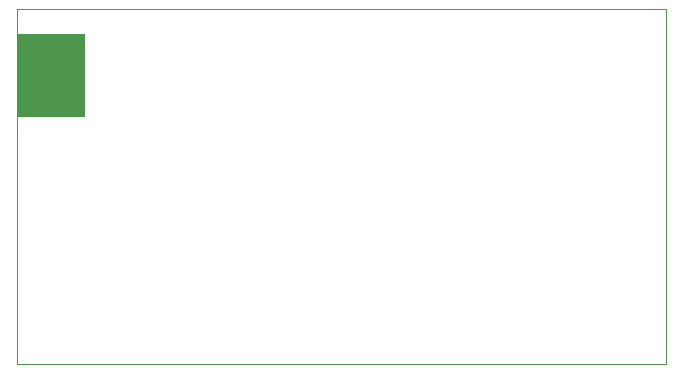
<source format=gko>
G04*
G04 #@! TF.GenerationSoftware,Altium Limited,Altium Designer,23.8.1 (32)*
G04*
G04 Layer_Color=16711935*
%FSLAX44Y44*%
%MOMM*%
G71*
G04*
G04 #@! TF.SameCoordinates,BD739B87-A4AA-4D6D-BF89-38DACE635197*
G04*
G04*
G04 #@! TF.FilePolarity,Positive*
G04*
G01*
G75*
%ADD93C,0.1000*%
G36*
X-320709Y162000D02*
Y232008D01*
X-264200D01*
Y162000D01*
X-320709D01*
D02*
G37*
D93*
X-321500Y-47000D02*
X228500D01*
X-321500D02*
Y253000D01*
X228500Y-47000D02*
Y253000D01*
X-321500D02*
X228500D01*
M02*

</source>
